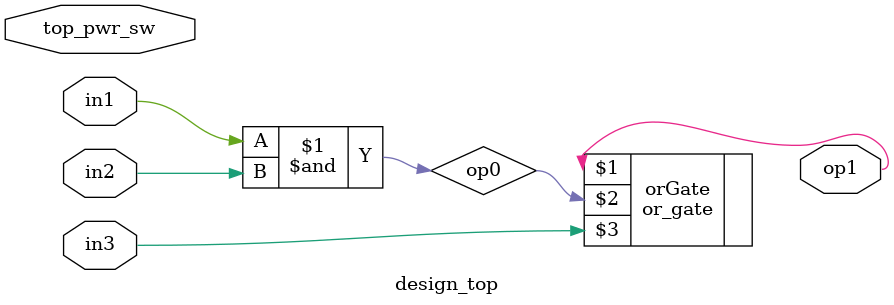
<source format=v>
module design_top(input top_pwr_sw, in1, in2, in3, output op1);

   wire op0;

   and     andGate(op0, in1, in2);
   or_gate orGate (op1, op0, in3);
   
endmodule


</source>
